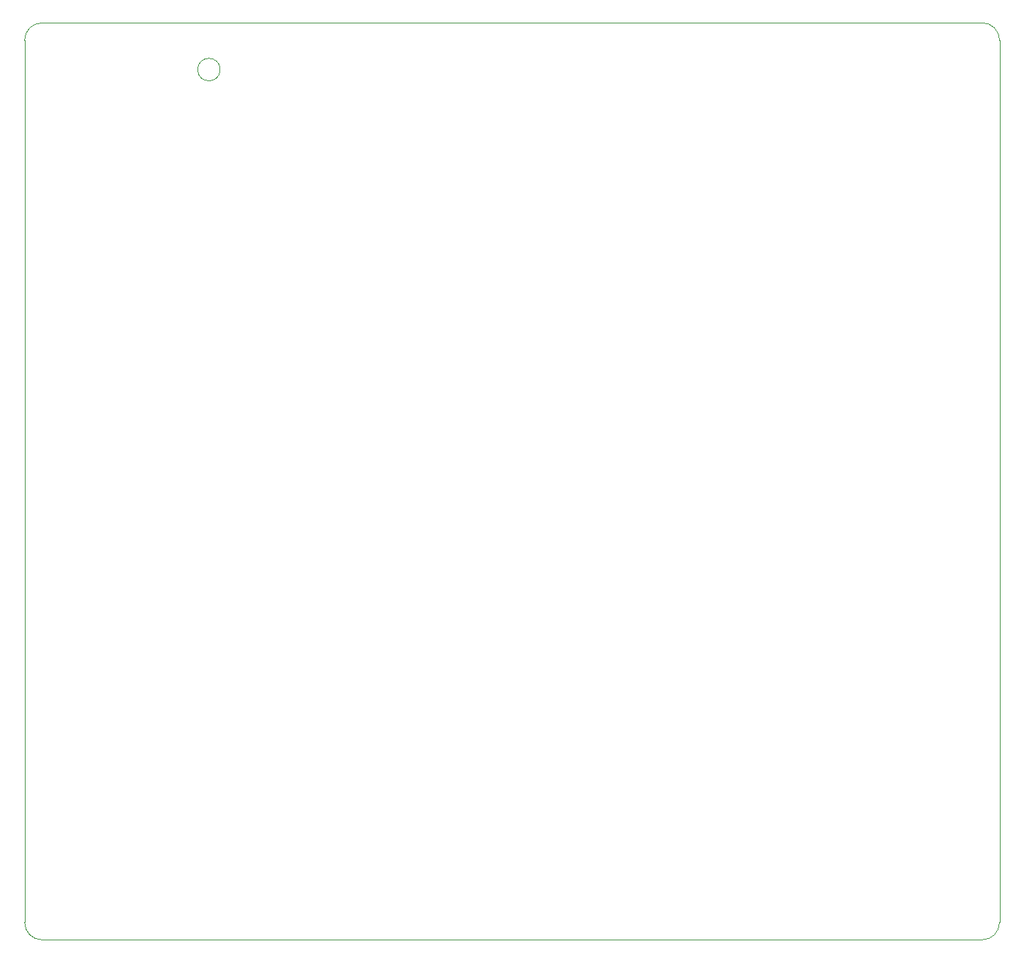
<source format=gm1>
G04 #@! TF.GenerationSoftware,KiCad,Pcbnew,9.0.2*
G04 #@! TF.CreationDate,2025-06-16T21:06:24+01:00*
G04 #@! TF.ProjectId,WS2812B_strip_driver_wled,57533238-3132-4425-9f73-747269705f64,rev?*
G04 #@! TF.SameCoordinates,Original*
G04 #@! TF.FileFunction,Profile,NP*
%FSLAX46Y46*%
G04 Gerber Fmt 4.6, Leading zero omitted, Abs format (unit mm)*
G04 Created by KiCad (PCBNEW 9.0.2) date 2025-06-16 21:06:24*
%MOMM*%
%LPD*%
G01*
G04 APERTURE LIST*
G04 #@! TA.AperFunction,Profile*
%ADD10C,0.050000*%
G04 #@! TD*
G04 APERTURE END LIST*
D10*
X126001361Y-178097176D02*
X126003331Y-75970000D01*
X123972419Y-73950552D02*
X15162498Y-73950010D01*
X126001361Y-178099082D02*
G75*
G02*
X123990000Y-180129943I-2002161J-28518D01*
G01*
X123972412Y-73950499D02*
G75*
G02*
X126003330Y-75970000I28588J-2002201D01*
G01*
X13150000Y-75980918D02*
X13150000Y-178109377D01*
X13148639Y-75980918D02*
G75*
G02*
X15160000Y-73949996I2002181J28558D01*
G01*
X15180918Y-180125000D02*
X123990000Y-180130000D01*
X15180918Y-180121361D02*
G75*
G02*
X13149996Y-178110000I-28558J2002181D01*
G01*
G04 #@! TO.C,F5*
X35779338Y-79361562D02*
G75*
G02*
X33178862Y-79361562I-1300238J0D01*
G01*
X33178862Y-79361562D02*
G75*
G02*
X35779338Y-79361562I1300238J0D01*
G01*
G04 #@! TD*
M02*

</source>
